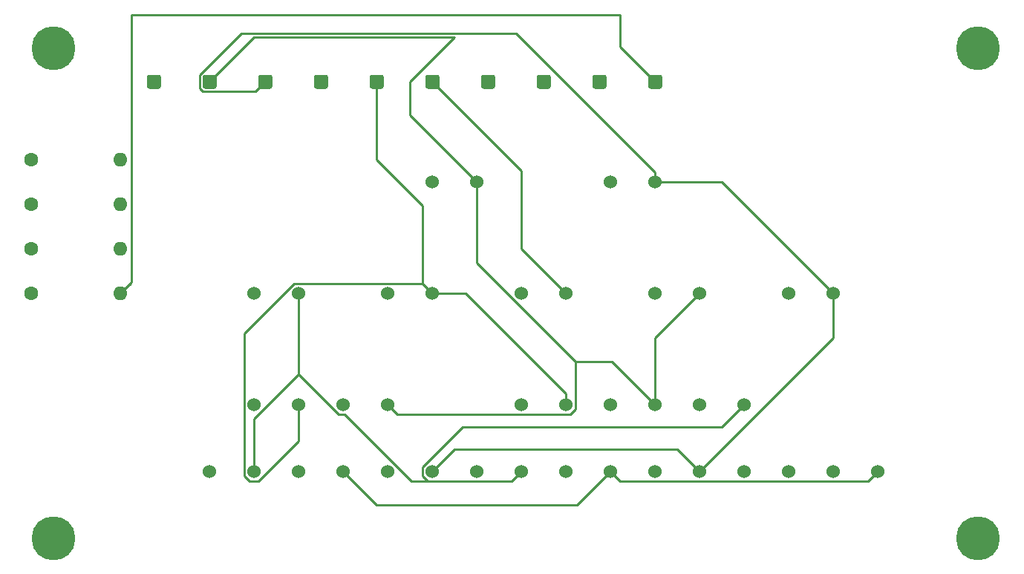
<source format=gbl>
%TF.GenerationSoftware,KiCad,Pcbnew,(5.1.6)-1*%
%TF.CreationDate,2020-08-15T21:43:02-04:00*%
%TF.ProjectId,chords,63686f72-6473-42e6-9b69-6361645f7063,rev?*%
%TF.SameCoordinates,Original*%
%TF.FileFunction,Copper,L2,Bot*%
%TF.FilePolarity,Positive*%
%FSLAX46Y46*%
G04 Gerber Fmt 4.6, Leading zero omitted, Abs format (unit mm)*
G04 Created by KiCad (PCBNEW (5.1.6)-1) date 2020-08-15 21:43:02*
%MOMM*%
%LPD*%
G01*
G04 APERTURE LIST*
%TA.AperFunction,ComponentPad*%
%ADD10C,5.000000*%
%TD*%
%TA.AperFunction,ComponentPad*%
%ADD11C,1.524000*%
%TD*%
%TA.AperFunction,ComponentPad*%
%ADD12C,1.600000*%
%TD*%
%TA.AperFunction,ComponentPad*%
%ADD13O,1.600000X1.600000*%
%TD*%
%TA.AperFunction,Conductor*%
%ADD14C,0.250000*%
%TD*%
G04 APERTURE END LIST*
D10*
%TO.P,REF\u002A\u002A,1*%
%TO.N,N/C*%
X71120000Y-100330000D03*
%TD*%
%TO.P,REF\u002A\u002A,1*%
%TO.N,N/C*%
X71120000Y-44450000D03*
%TD*%
%TO.P,REF\u002A\u002A,1*%
%TO.N,N/C*%
X176530000Y-100330000D03*
%TD*%
%TO.P,REF\u002A\u002A,1*%
%TO.N,N/C*%
X176530000Y-44450000D03*
%TD*%
D11*
%TO.P,SW20,2*%
%TO.N,Net-(C5-Pad1)*%
X165100000Y-92710000D03*
%TO.P,SW20,1*%
%TO.N,Net-(D20-Pad2)*%
X160020000Y-92710000D03*
%TD*%
%TO.P,SW5,2*%
%TO.N,Net-(C5-Pad1)*%
X129540000Y-72390000D03*
%TO.P,SW5,1*%
%TO.N,Net-(D5-Pad2)*%
X124460000Y-72390000D03*
%TD*%
%TO.P,GND1,1*%
%TO.N,Net-(GND1-Pad1)*%
%TA.AperFunction,ComponentPad*%
G36*
G01*
X81750000Y-48810000D02*
X81750000Y-47710000D01*
G75*
G02*
X82000000Y-47460000I250000J0D01*
G01*
X83100000Y-47460000D01*
G75*
G02*
X83350000Y-47710000I0J-250000D01*
G01*
X83350000Y-48810000D01*
G75*
G02*
X83100000Y-49060000I-250000J0D01*
G01*
X82000000Y-49060000D01*
G75*
G02*
X81750000Y-48810000I0J250000D01*
G01*
G37*
%TD.AperFunction*%
%TD*%
%TO.P,R1,1*%
%TO.N,Net-(D1-Pad1)*%
%TA.AperFunction,ComponentPad*%
G36*
G01*
X119850000Y-48810000D02*
X119850000Y-47710000D01*
G75*
G02*
X120100000Y-47460000I250000J0D01*
G01*
X121200000Y-47460000D01*
G75*
G02*
X121450000Y-47710000I0J-250000D01*
G01*
X121450000Y-48810000D01*
G75*
G02*
X121200000Y-49060000I-250000J0D01*
G01*
X120100000Y-49060000D01*
G75*
G02*
X119850000Y-48810000I0J250000D01*
G01*
G37*
%TD.AperFunction*%
%TD*%
%TO.P,R2,1*%
%TO.N,Net-(D10-Pad1)*%
%TA.AperFunction,ComponentPad*%
G36*
G01*
X126200000Y-48810000D02*
X126200000Y-47710000D01*
G75*
G02*
X126450000Y-47460000I250000J0D01*
G01*
X127550000Y-47460000D01*
G75*
G02*
X127800000Y-47710000I0J-250000D01*
G01*
X127800000Y-48810000D01*
G75*
G02*
X127550000Y-49060000I-250000J0D01*
G01*
X126450000Y-49060000D01*
G75*
G02*
X126200000Y-48810000I0J250000D01*
G01*
G37*
%TD.AperFunction*%
%TD*%
D12*
%TO.P,Rpd3,1*%
%TO.N,Net-(GND1-Pad1)*%
X68580000Y-67310000D03*
D13*
%TO.P,Rpd3,2*%
%TO.N,Net-(D11-Pad1)*%
X78740000Y-67310000D03*
%TD*%
D12*
%TO.P,Rpd1,1*%
%TO.N,Net-(GND1-Pad1)*%
X68580000Y-57150000D03*
D13*
%TO.P,Rpd1,2*%
%TO.N,Net-(D1-Pad1)*%
X78740000Y-57150000D03*
%TD*%
D12*
%TO.P,Rpd2,1*%
%TO.N,Net-(GND1-Pad1)*%
X68580000Y-62230000D03*
D13*
%TO.P,Rpd2,2*%
%TO.N,Net-(D10-Pad1)*%
X78740000Y-62230000D03*
%TD*%
D12*
%TO.P,Rpd4,1*%
%TO.N,Net-(GND1-Pad1)*%
X68580000Y-72390000D03*
D13*
%TO.P,Rpd4,2*%
%TO.N,Net-(D16-Pad1)*%
X78740000Y-72390000D03*
%TD*%
D11*
%TO.P,SW1,2*%
%TO.N,Net-(C1-Pad1)*%
X119380000Y-59690000D03*
%TO.P,SW1,1*%
%TO.N,Net-(D1-Pad2)*%
X114300000Y-59690000D03*
%TD*%
%TO.P,SW2,2*%
%TO.N,Net-(C2-Pad1)*%
X139700000Y-59690000D03*
%TO.P,SW2,1*%
%TO.N,Net-(D2-Pad2)*%
X134620000Y-59690000D03*
%TD*%
%TO.P,SW3,2*%
%TO.N,Net-(C3-Pad1)*%
X99060000Y-72390000D03*
%TO.P,SW3,1*%
%TO.N,Net-(D3-Pad2)*%
X93980000Y-72390000D03*
%TD*%
%TO.P,SW8,2*%
%TO.N,Net-(C3-Pad1)*%
X93980000Y-92710000D03*
%TO.P,SW8,1*%
%TO.N,Net-(D8-Pad2)*%
X88900000Y-92710000D03*
%TD*%
%TO.P,R3,1*%
%TO.N,Net-(D11-Pad1)*%
%TA.AperFunction,ComponentPad*%
G36*
G01*
X132550000Y-48810000D02*
X132550000Y-47710000D01*
G75*
G02*
X132800000Y-47460000I250000J0D01*
G01*
X133900000Y-47460000D01*
G75*
G02*
X134150000Y-47710000I0J-250000D01*
G01*
X134150000Y-48810000D01*
G75*
G02*
X133900000Y-49060000I-250000J0D01*
G01*
X132800000Y-49060000D01*
G75*
G02*
X132550000Y-48810000I0J250000D01*
G01*
G37*
%TD.AperFunction*%
%TD*%
%TO.P,SW9,2*%
%TO.N,Net-(C4-Pad1)*%
X99060000Y-85090000D03*
%TO.P,SW9,1*%
%TO.N,Net-(D9-Pad2)*%
X93980000Y-85090000D03*
%TD*%
%TO.P,SW16,2*%
%TO.N,Net-(C1-Pad1)*%
X139700000Y-85090000D03*
%TO.P,SW16,1*%
%TO.N,Net-(D16-Pad2)*%
X134620000Y-85090000D03*
%TD*%
%TO.P,SW17,2*%
%TO.N,Net-(C2-Pad1)*%
X144780000Y-92710000D03*
%TO.P,SW17,1*%
%TO.N,Net-(D17-Pad2)*%
X139700000Y-92710000D03*
%TD*%
%TO.P,SW4,2*%
%TO.N,Net-(C4-Pad1)*%
X114300000Y-72390000D03*
%TO.P,SW4,1*%
%TO.N,Net-(D4-Pad2)*%
X109220000Y-72390000D03*
%TD*%
%TO.P,SW12,2*%
%TO.N,Net-(C2-Pad1)*%
X114300000Y-92710000D03*
%TO.P,SW12,1*%
%TO.N,Net-(D12-Pad2)*%
X109220000Y-92710000D03*
%TD*%
%TO.P,SW15,2*%
%TO.N,Net-(C5-Pad1)*%
X134620000Y-92710000D03*
%TO.P,SW15,1*%
%TO.N,Net-(D15-Pad2)*%
X129540000Y-92710000D03*
%TD*%
%TO.P,SW18,2*%
%TO.N,Net-(C3-Pad1)*%
X149860000Y-85090000D03*
%TO.P,SW18,1*%
%TO.N,Net-(D18-Pad2)*%
X144780000Y-85090000D03*
%TD*%
%TO.P,SW6,2*%
%TO.N,Net-(C1-Pad1)*%
X144780000Y-72390000D03*
%TO.P,SW6,1*%
%TO.N,Net-(D6-Pad2)*%
X139700000Y-72390000D03*
%TD*%
%TO.P,SW11,2*%
%TO.N,Net-(C1-Pad1)*%
X109220000Y-85090000D03*
%TO.P,SW11,1*%
%TO.N,Net-(D11-Pad2)*%
X104140000Y-85090000D03*
%TD*%
%TO.P,SW7,2*%
%TO.N,Net-(C2-Pad1)*%
X160020000Y-72390000D03*
%TO.P,SW7,1*%
%TO.N,Net-(D7-Pad2)*%
X154940000Y-72390000D03*
%TD*%
%TO.P,SW14,2*%
%TO.N,Net-(C4-Pad1)*%
X129540000Y-85090000D03*
%TO.P,SW14,1*%
%TO.N,Net-(D14-Pad2)*%
X124460000Y-85090000D03*
%TD*%
%TO.P,SW19,2*%
%TO.N,Net-(C4-Pad1)*%
X154940000Y-92710000D03*
%TO.P,SW19,1*%
%TO.N,Net-(D19-Pad2)*%
X149860000Y-92710000D03*
%TD*%
%TO.P,SW13,2*%
%TO.N,Net-(C3-Pad1)*%
X124460000Y-92710000D03*
%TO.P,SW13,1*%
%TO.N,Net-(D13-Pad2)*%
X119380000Y-92710000D03*
%TD*%
%TO.P,SW10,2*%
%TO.N,Net-(C5-Pad1)*%
X104140000Y-92710000D03*
%TO.P,SW10,1*%
%TO.N,Net-(D10-Pad2)*%
X99060000Y-92710000D03*
%TD*%
%TO.P,R4,1*%
%TO.N,Net-(D16-Pad1)*%
%TA.AperFunction,ComponentPad*%
G36*
G01*
X138900000Y-48810000D02*
X138900000Y-47710000D01*
G75*
G02*
X139150000Y-47460000I250000J0D01*
G01*
X140250000Y-47460000D01*
G75*
G02*
X140500000Y-47710000I0J-250000D01*
G01*
X140500000Y-48810000D01*
G75*
G02*
X140250000Y-49060000I-250000J0D01*
G01*
X139150000Y-49060000D01*
G75*
G02*
X138900000Y-48810000I0J250000D01*
G01*
G37*
%TD.AperFunction*%
%TD*%
%TO.P,C5,1*%
%TO.N,Net-(C5-Pad1)*%
%TA.AperFunction,ComponentPad*%
G36*
G01*
X113500000Y-48810000D02*
X113500000Y-47710000D01*
G75*
G02*
X113750000Y-47460000I250000J0D01*
G01*
X114850000Y-47460000D01*
G75*
G02*
X115100000Y-47710000I0J-250000D01*
G01*
X115100000Y-48810000D01*
G75*
G02*
X114850000Y-49060000I-250000J0D01*
G01*
X113750000Y-49060000D01*
G75*
G02*
X113500000Y-48810000I0J250000D01*
G01*
G37*
%TD.AperFunction*%
%TD*%
%TO.P,C4,1*%
%TO.N,Net-(C4-Pad1)*%
%TA.AperFunction,ComponentPad*%
G36*
G01*
X107150000Y-48810000D02*
X107150000Y-47710000D01*
G75*
G02*
X107400000Y-47460000I250000J0D01*
G01*
X108500000Y-47460000D01*
G75*
G02*
X108750000Y-47710000I0J-250000D01*
G01*
X108750000Y-48810000D01*
G75*
G02*
X108500000Y-49060000I-250000J0D01*
G01*
X107400000Y-49060000D01*
G75*
G02*
X107150000Y-48810000I0J250000D01*
G01*
G37*
%TD.AperFunction*%
%TD*%
%TO.P,C3,1*%
%TO.N,Net-(C3-Pad1)*%
%TA.AperFunction,ComponentPad*%
G36*
G01*
X100800000Y-48810000D02*
X100800000Y-47710000D01*
G75*
G02*
X101050000Y-47460000I250000J0D01*
G01*
X102150000Y-47460000D01*
G75*
G02*
X102400000Y-47710000I0J-250000D01*
G01*
X102400000Y-48810000D01*
G75*
G02*
X102150000Y-49060000I-250000J0D01*
G01*
X101050000Y-49060000D01*
G75*
G02*
X100800000Y-48810000I0J250000D01*
G01*
G37*
%TD.AperFunction*%
%TD*%
%TO.P,C2,1*%
%TO.N,Net-(C2-Pad1)*%
%TA.AperFunction,ComponentPad*%
G36*
G01*
X94450000Y-48810000D02*
X94450000Y-47710000D01*
G75*
G02*
X94700000Y-47460000I250000J0D01*
G01*
X95800000Y-47460000D01*
G75*
G02*
X96050000Y-47710000I0J-250000D01*
G01*
X96050000Y-48810000D01*
G75*
G02*
X95800000Y-49060000I-250000J0D01*
G01*
X94700000Y-49060000D01*
G75*
G02*
X94450000Y-48810000I0J250000D01*
G01*
G37*
%TD.AperFunction*%
%TD*%
%TO.P,C1,1*%
%TO.N,Net-(C1-Pad1)*%
%TA.AperFunction,ComponentPad*%
G36*
G01*
X88100000Y-48810000D02*
X88100000Y-47710000D01*
G75*
G02*
X88350000Y-47460000I250000J0D01*
G01*
X89450000Y-47460000D01*
G75*
G02*
X89700000Y-47710000I0J-250000D01*
G01*
X89700000Y-48810000D01*
G75*
G02*
X89450000Y-49060000I-250000J0D01*
G01*
X88350000Y-49060000D01*
G75*
G02*
X88100000Y-48810000I0J250000D01*
G01*
G37*
%TD.AperFunction*%
%TD*%
D14*
%TO.N,Net-(D16-Pad1)*%
X78740000Y-72390000D02*
X79865001Y-71264999D01*
X80010000Y-40640000D02*
X135709998Y-40640000D01*
X135709998Y-44269998D02*
X139700000Y-48260000D01*
X135709998Y-40640000D02*
X135709998Y-44269998D01*
X80010000Y-71120000D02*
X78740000Y-72390000D01*
X80010000Y-40640000D02*
X80010000Y-71120000D01*
%TO.N,Net-(C1-Pad1)*%
X130061761Y-86177001D02*
X130627001Y-85611761D01*
X130627001Y-80165763D02*
X119380000Y-68918762D01*
X109220000Y-85090000D02*
X110307001Y-86177001D01*
X110307001Y-86177001D02*
X130061761Y-86177001D01*
X119380000Y-68918762D02*
X119380000Y-59690000D01*
X139700000Y-77470000D02*
X144780000Y-72390000D01*
X139700000Y-85090000D02*
X139700000Y-77470000D01*
X139700000Y-85090000D02*
X134802999Y-80192999D01*
X134802999Y-80192999D02*
X130627001Y-80192999D01*
X130627001Y-85611761D02*
X130627001Y-80192999D01*
X130627001Y-80192999D02*
X130627001Y-80165763D01*
X93980000Y-43180000D02*
X88900000Y-48260000D01*
X111760000Y-48260000D02*
X116840000Y-43180000D01*
X116840000Y-43180000D02*
X93980000Y-43180000D01*
X119380000Y-59690000D02*
X111760000Y-52070000D01*
X111760000Y-52070000D02*
X111760000Y-48260000D01*
%TO.N,Net-(C2-Pad1)*%
X147320000Y-59690000D02*
X139700000Y-59690000D01*
X160020000Y-72390000D02*
X147320000Y-59690000D01*
X144780000Y-92710000D02*
X160020000Y-77470000D01*
X160020000Y-77470000D02*
X160020000Y-72390000D01*
X114300000Y-92710000D02*
X116840000Y-90170000D01*
X142240000Y-90170000D02*
X144780000Y-92710000D01*
X116840000Y-90170000D02*
X142240000Y-90170000D01*
X123817620Y-42729990D02*
X139700000Y-58612370D01*
X92516820Y-42729990D02*
X123817620Y-42729990D01*
X87774990Y-47471820D02*
X92516820Y-42729990D01*
X87774990Y-49048180D02*
X87774990Y-47471820D01*
X94124990Y-49385010D02*
X88111820Y-49385010D01*
X139700000Y-58612370D02*
X139700000Y-59690000D01*
X88111820Y-49385010D02*
X87774990Y-49048180D01*
X95250000Y-48260000D02*
X94124990Y-49385010D01*
%TO.N,Net-(C3-Pad1)*%
X99060000Y-81618762D02*
X99060000Y-72390000D01*
X93980000Y-86698762D02*
X99060000Y-81618762D01*
X93980000Y-92710000D02*
X93980000Y-86698762D01*
X104295763Y-86177001D02*
X103618239Y-86177001D01*
X103618239Y-86177001D02*
X99060000Y-81618762D01*
X111915763Y-93797001D02*
X104295763Y-86177001D01*
X123372999Y-93797001D02*
X111915763Y-93797001D01*
X124460000Y-92710000D02*
X123372999Y-93797001D01*
X113212999Y-93231761D02*
X113212999Y-92188239D01*
X123372999Y-93797001D02*
X113778239Y-93797001D01*
X113212999Y-92188239D02*
X117771238Y-87630000D01*
X113778239Y-93797001D02*
X113212999Y-93231761D01*
X147320000Y-87630000D02*
X149860000Y-85090000D01*
X117771238Y-87630000D02*
X147320000Y-87630000D01*
%TO.N,Net-(C4-Pad1)*%
X129540000Y-85090000D02*
X129540000Y-83820000D01*
X118110000Y-72390000D02*
X114300000Y-72390000D01*
X129540000Y-83820000D02*
X118110000Y-72390000D01*
X98538239Y-71302999D02*
X113212999Y-71302999D01*
X92892999Y-76948239D02*
X98538239Y-71302999D01*
X92892999Y-93231761D02*
X92892999Y-76948239D01*
X113212999Y-71302999D02*
X114300000Y-72390000D01*
X93458239Y-93797001D02*
X92892999Y-93231761D01*
X99060000Y-89238762D02*
X94501761Y-93797001D01*
X94501761Y-93797001D02*
X93458239Y-93797001D01*
X99060000Y-85090000D02*
X99060000Y-89238762D01*
X113212999Y-71302999D02*
X113212999Y-62412999D01*
X107950000Y-57150000D02*
X107950000Y-48260000D01*
X113212999Y-62412999D02*
X107950000Y-57150000D01*
%TO.N,Net-(C5-Pad1)*%
X104140000Y-92710000D02*
X107950000Y-96520000D01*
X130810000Y-96520000D02*
X134620000Y-92710000D01*
X107950000Y-96520000D02*
X130810000Y-96520000D01*
X164012999Y-93797001D02*
X165100000Y-92710000D01*
X135707001Y-93797001D02*
X164012999Y-93797001D01*
X134620000Y-92710000D02*
X135707001Y-93797001D01*
X114300000Y-48260000D02*
X124460000Y-58420000D01*
X124460000Y-67310000D02*
X129540000Y-72390000D01*
X124460000Y-58420000D02*
X124460000Y-67310000D01*
%TD*%
M02*

</source>
